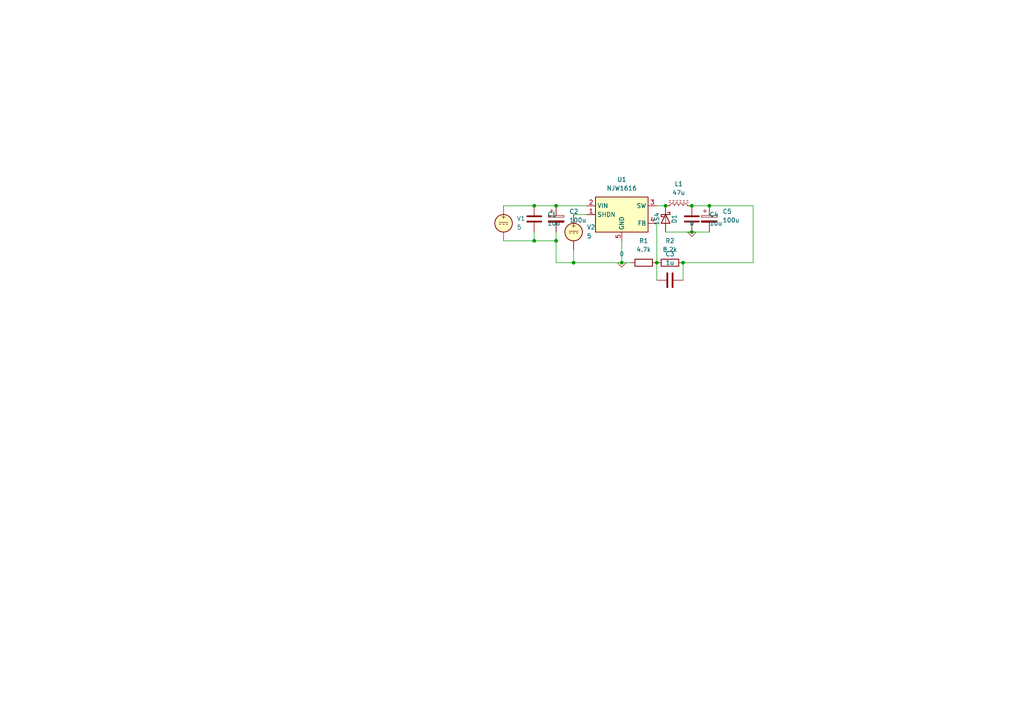
<source format=kicad_sch>
(kicad_sch (version 20230121) (generator eeschema)
  (paper "A4")
  (lib_symbols
    (symbol "New_Library:C" (pin_numbers hide) (pin_names (offset 0.254))
      (property "Reference" "C" (at 0.635 2.54 0))
      (property "Value" "C" (at 0.635 -2.54 0))
      (symbol "C_0_1"
        (polyline (pts (xy -2.032 -0.762) (xy 2.032 -0.762)) (stroke (width 0.508)))
        (polyline (pts (xy -2.032 0.762) (xy 2.032 0.762)) (stroke (width 0.508)))
      )
      (symbol "C_1_1"
        (pin passive line (at 0 3.81 270) (length 2.794) (name "~") (number "1"))
        (pin passive line (at 0 -3.81 90) (length 2.794) (name "~") (number "2"))
      )
    )
    (symbol "New_Library:C_Polarized" (pin_numbers hide) (pin_names (offset 0.254))
      (property "Reference" "C" (at 0.635 2.54 0))
      (property "Value" "C_Polarized" (at 0.635 -2.54 0))
      (symbol "C_Polarized_0_1"
        (rectangle (start -2.286 0.508) (end 2.286 1.016))
        (polyline (pts (xy -1.778 2.286) (xy -0.762 2.286)))
        (polyline (pts (xy -1.27 2.794) (xy -1.27 1.778)))
        (rectangle (start 2.286 -0.508) (end -2.286 -1.016) (fill (type outline)))
      )
      (symbol "C_Polarized_1_1"
        (pin passive line (at 0 3.81 270) (length 2.794) (name "~") (number "1"))
        (pin passive line (at 0 -3.81 90) (length 2.794) (name "~") (number "2"))
      )
    )
    (symbol "New_Library:D_Schottky" (pin_numbers hide) (pin_names (offset 1.016) hide)
      (property "Reference" "D" (at 0 2.54 0))
      (property "Value" "D_Schottky" (at 0 -2.54 0))
      (symbol "D_Schottky_0_1"
        (polyline (pts (xy 1.27 0) (xy -1.27 0)))
        (polyline (pts (xy 1.27 1.27) (xy 1.27 -1.27) (xy -1.27 0) (xy 1.27 1.27)) (stroke (width 0.254)))
        (polyline (pts (xy -1.905 0.635) (xy -1.905 1.27) (xy -1.27 1.27) (xy -1.27 -1.27) (xy -0.635 -1.27) (xy -0.635 -0.635)) (stroke (width 0.254)))
      )
      (symbol "D_Schottky_1_1"
        (pin passive line (at -3.81 0 0) (length 2.54) (name "K") (number "1"))
        (pin passive line (at 3.81 0 180) (length 2.54) (name "A") (number "2"))
      )
    )
    (symbol "New_Library:L_Ferrite" (pin_numbers hide) (pin_names (offset 1.016) hide)
      (property "Reference" "L" (at -1.27 0 90))
      (property "Value" "L_Ferrite" (at 2.794 0 90))
      (symbol "L_Ferrite_0_1"
        (arc (start 0 -2.54) (mid 0.6323 -1.905) (end 0 -1.27))
        (arc (start 0 -1.27) (mid 0.6323 -0.635) (end 0 0))
        (polyline (pts (xy 1.016 -2.794) (xy 1.016 -2.286)))
        (polyline (pts (xy 1.016 -1.778) (xy 1.016 -1.27)))
        (polyline (pts (xy 1.016 -0.762) (xy 1.016 -0.254)))
        (polyline (pts (xy 1.016 0.254) (xy 1.016 0.762)))
        (polyline (pts (xy 1.016 1.27) (xy 1.016 1.778)))
        (polyline (pts (xy 1.016 2.286) (xy 1.016 2.794)))
        (polyline (pts (xy 1.524 -2.286) (xy 1.524 -2.794)))
        (polyline (pts (xy 1.524 -1.27) (xy 1.524 -1.778)))
        (polyline (pts (xy 1.524 -0.254) (xy 1.524 -0.762)))
        (polyline (pts (xy 1.524 0.762) (xy 1.524 0.254)))
        (polyline (pts (xy 1.524 1.778) (xy 1.524 1.27)))
        (polyline (pts (xy 1.524 2.794) (xy 1.524 2.286)))
        (arc (start 0 0) (mid 0.6323 0.635) (end 0 1.27))
        (arc (start 0 1.27) (mid 0.6323 1.905) (end 0 2.54))
      )
      (symbol "L_Ferrite_1_1"
        (pin passive line (at 0 3.81 270) (length 1.27) (name "1") (number "1"))
        (pin passive line (at 0 -3.81 90) (length 1.27) (name "2") (number "2"))
      )
    )
    (symbol "New_Library:NJW1616"
      (property "Reference" "U" (at -6.35 6.35 0))
      (property "Value" "NJW1616" (at -1.27 6.35 0))
      (symbol "NJW1616_0_1"
        (rectangle (start -7.62 5.08) (end 7.62 -5.08) (stroke (width 0.254)) (fill (type background)))
      )
      (symbol "NJW1616_1_1"
        (pin input line (at -10.16 0 0) (length 2.54) (name "SHDN") (number "1"))
        (pin power_in line (at -10.16 2.54 0) (length 2.54) (name "VIN") (number "2"))
        (pin power_out line (at 10.16 2.54 180) (length 2.54) (name "SW") (number "3"))
        (pin input line (at 10.16 -2.54 180) (length 2.54) (name "FB") (number "4"))
        (pin power_in line (at 0 -7.62 90) (length 2.54) (name "GND") (number "5"))
        (pin passive line (at 0 -7.62 90) (length 2.54) hide (name "GND") (number "6"))
        (pin passive line (at 0 -7.62 90) (length 2.54) hide (name "GND") (number "7"))
        (pin passive line (at 0 -7.62 90) (length 2.54) hide (name "GND") (number "8"))
      )
    )
    (symbol "New_Library:R" (pin_numbers hide) (pin_names (offset 0))
      (property "Reference" "R" (at 2.032 0 90))
      (property "Value" "R" (at 0 0 90))
      (symbol "R_0_1"
        (rectangle (start -1.016 -2.54) (end 1.016 2.54) (stroke (width 0.254)))
      )
      (symbol "R_1_1"
        (pin passive line (at 0 3.81 270) (length 1.27) (name "~") (number "1"))
        (pin passive line (at 0 -3.81 90) (length 1.27) (name "~") (number "2"))
      )
    )
    (symbol "Simulation_SPICE:0" (power) (pin_names (offset 0))
      (property "Value" "0" (at 0 -1.778 0))
      (symbol "0_0_1"
        (polyline (pts (xy -1.27 0) (xy 0 -1.27) (xy 1.27 0) (xy -1.27 0)))
      )
      (symbol "0_1_1"
        (pin power_in line (at 0 0 0) (length 0) hide (name "0") (number "1"))
      )
    )
    (symbol "Simulation_SPICE:VDC" (pin_numbers hide) (pin_names (offset 0.0254))
      (property "Reference" "V" (at 2.54 2.54 0))
      (property "Value" "1" (at 2.54 0 0))
      (symbol "VDC_0_0"
        (polyline (pts (xy -1.27 0.254) (xy 1.27 0.254)))
        (polyline (pts (xy -0.762 -0.254) (xy -1.27 -0.254)))
        (polyline (pts (xy 0.254 -0.254) (xy -0.254 -0.254)))
        (polyline (pts (xy 1.27 -0.254) (xy 0.762 -0.254)))
        (text "+" (at 0 1.905 0) (effects (font (size 1.27 1.27))))
      )
      (symbol "VDC_0_1"
        (circle (center 0 0) (radius 2.54) (stroke (width 0.254)) (fill (type background)))
      )
      (symbol "VDC_1_1"
        (pin passive line (at 0 5.08 270) (length 2.54) (name "~") (number "1"))
        (pin passive line (at 0 -5.08 90) (length 2.54) (name "~") (number "2"))
      )
    )
  )
  (junction (at 200.66 59.69))
  (junction (at 193.04 59.69))
  (junction (at 154.94 59.69))
  (junction (at 166.37 76.2))
  (junction (at 200.66 67.31))
  (junction (at 205.74 59.69))
  (junction (at 198.12 76.2))
  (junction (at 154.94 69.85))
  (junction (at 161.29 59.69))
  (junction (at 180.34 76.2))
  (junction (at 161.29 69.85))
  (junction (at 190.5 76.2))
  (wire (pts (xy 198.12 76.2) (xy 218.44 76.2)))
  (wire (pts (xy 166.37 72.39) (xy 166.37 76.2)))
  (wire (pts (xy 180.34 76.2) (xy 182.88 76.2)))
  (wire (pts (xy 200.66 59.69) (xy 205.74 59.69)))
  (wire (pts (xy 161.29 59.69) (xy 170.18 59.69)))
  (wire (pts (xy 154.94 67.31) (xy 154.94 69.85)))
  (wire (pts (xy 205.74 59.69) (xy 218.44 59.69)))
  (wire (pts (xy 200.66 67.31) (xy 205.74 67.31)))
  (wire (pts (xy 198.12 76.2) (xy 198.12 81.28)))
  (wire (pts (xy 161.29 76.2) (xy 166.37 76.2)))
  (wire (pts (xy 190.5 59.69) (xy 193.04 59.69)))
  (wire (pts (xy 161.29 69.85) (xy 161.29 76.2)))
  (wire (pts (xy 154.94 59.69) (xy 161.29 59.69)))
  (wire (pts (xy 218.44 59.69) (xy 218.44 76.2)))
  (wire (pts (xy 146.05 69.85) (xy 154.94 69.85)))
  (wire (pts (xy 146.05 59.69) (xy 154.94 59.69)))
  (wire (pts (xy 166.37 76.2) (xy 180.34 76.2)))
  (wire (pts (xy 154.94 69.85) (xy 161.29 69.85)))
  (wire (pts (xy 166.37 62.23) (xy 170.18 62.23)))
  (wire (pts (xy 190.5 76.2) (xy 190.5 81.28)))
  (wire (pts (xy 180.34 69.85) (xy 180.34 76.2)))
  (wire (pts (xy 161.29 67.31) (xy 161.29 69.85)))
  (wire (pts (xy 190.5 64.77) (xy 190.5 76.2)))
  (wire (pts (xy 193.04 67.31) (xy 200.66 67.31)))
  (symbol (lib_id "Simulation_SPICE:VDC") (at 166.37 67.31 0) (unit 1)
    (property "Reference" "V2" (at 170.18 65.9102 0) (effects (justify left)))
    (property "Value" "5" (at 170.18 68.4502 0) (effects (justify left)))
    (property "Datasheet" "https://ngspice.sourceforge.io/docs/ngspice-html-manual/manual.xhtml#sec_Independent_Sources_for" (effects hide))
    (property "Sim.Pins" "1=+ 2=-" (effects hide))
    (property "Sim.Type" "DC" (effects hide))
    (property "Sim.Device" "V" (effects hide))
    (property "Sim.Params" "dc=5" (effects hide))
  )
  (symbol (lib_id "New_Library:NJW1616") (at 180.34 62.23 0) (unit 1)
    (property "Reference" "U1" (at 180.34 52.07 0))
    (property "Value" "NJW1616" (at 180.34 54.61 0))
    (property "Footprint" "Package_TO_SOT_SMD:TSOT-23-6" (effects hide))
    (property "Datasheet" "https://akizukidenshi.com/catalog/g/g115765/" (effects hide))
  )
  (symbol (lib_id "Simulation_SPICE:0") (at 200.66 67.31 0) (unit 1)
    (property "Reference" "#GND02" (effects hide))
    (property "Value" "0" (at 200.66 64.77 0))
    (property "Datasheet" "https://ngspice.sourceforge.io/docs/ngspice-html-manual/manual.xhtml#subsec_Circuit_elements__device" (effects hide))
  )
  (symbol (lib_id "Simulation_SPICE:0") (at 180.34 76.2 0) (unit 1)
    (property "Reference" "#GND01" (effects hide))
    (property "Value" "0" (at 180.34 73.66 0))
    (property "Datasheet" "https://ngspice.sourceforge.io/docs/ngspice-html-manual/manual.xhtml#subsec_Circuit_elements__device" (effects hide))
  )
  (symbol (lib_id "New_Library:L_Ferrite") (at 196.85 59.69 90) (unit 1)
    (property "Reference" "L1" (at 196.85 53.34 90))
    (property "Value" "47u" (at 196.85 55.88 90))
    (property "Footprint" "Inductor_THT:L_Radial_D7.8mm_P5.00mm_Fastron_07HCP" (effects hide))
    (property "Datasheet" "https://akizukidenshi.com/catalog/g/g116966/" (effects hide))
  )
  (symbol (lib_id "New_Library:R") (at 186.69 76.2 90) (unit 1)
    (property "Reference" "R1" (at 186.69 69.85 90))
    (property "Value" "4.7k" (at 186.69 72.39 90))
    (property "Footprint" "Resistor_THT:R_Axial_DIN0207_L6.3mm_D2.5mm_P2.54mm_Vertical" (effects hide))
    (property "Datasheet" "https://akizukidenshi.com/catalog/g/g125103/" (effects hide))
  )
  (symbol (lib_id "New_Library:D_Schottky") (at 193.04 63.5 270) (unit 1)
    (property "Reference" "D1" (at 195.58 63.5 0))
    (property "Value" "1S4" (at 190.5 63.5 0))
    (property "Footprint" "Diode_THT:D_T-1_P5.08mm_Horizontal" (effects hide))
    (property "Datasheet" "https://akizukidenshi.com/catalog/g/g116384/" (effects hide))
  )
  (symbol (lib_id "New_Library:C_Polarized") (at 161.29 63.5 0) (unit 1)
    (property "Reference" "C2" (at 165.1 61.341 0) (effects (justify left)))
    (property "Value" "100u" (at 165.1 63.881 0) (effects (justify left)))
    (property "Footprint" "Capacitor_THT:CP_Radial_D5.0mm_P2.00mm" (effects hide))
    (property "Datasheet" "https://akizukidenshi.com/catalog/g/g117877/" (effects hide))
  )
  (symbol (lib_id "New_Library:R") (at 194.31 76.2 90) (unit 1)
    (property "Reference" "R2" (at 194.31 69.85 90))
    (property "Value" "8.2k" (at 194.31 72.39 90))
    (property "Footprint" "Resistor_THT:R_Axial_DIN0207_L6.3mm_D2.5mm_P2.54mm_Vertical" (effects hide))
    (property "Datasheet" "https://akizukidenshi.com/catalog/g/g125103/" (effects hide))
  )
  (symbol (lib_id "New_Library:C_Polarized") (at 205.74 63.5 0) (unit 1)
    (property "Reference" "C5" (at 209.55 61.341 0) (effects (justify left)))
    (property "Value" "100u" (at 209.55 63.881 0) (effects (justify left)))
    (property "Footprint" "Capacitor_THT:CP_Radial_D5.0mm_P2.00mm" (effects hide))
    (property "Datasheet" "https://akizukidenshi.com/catalog/g/g117877/" (effects hide))
  )
  (symbol (lib_id "New_Library:C") (at 200.66 63.5 0) (unit 1)
    (property "Reference" "C4" (at 205.74 62.23 0) (effects (justify left)))
    (property "Value" "10u" (at 205.74 64.77 0) (effects (justify left)))
    (property "Footprint" "Capacitor_SMD:C_1206_3216Metric" (effects hide))
    (property "Datasheet" "https://akizukidenshi.com/catalog/g/g113336/" (effects hide))
    (property "Sim.Device" "C" (effects hide))
    (property "Sim.Pins" "1=+ 2=-" (effects hide))
  )
  (symbol (lib_id "New_Library:C") (at 154.94 63.5 0) (unit 1)
    (property "Reference" "C1" (at 158.75 62.23 0) (effects (justify left)))
    (property "Value" "10u" (at 158.75 64.77 0) (effects (justify left)))
    (property "Footprint" "Capacitor_SMD:C_1206_3216Metric" (effects hide))
    (property "Datasheet" "https://akizukidenshi.com/catalog/g/g113336/" (effects hide))
  )
  (symbol (lib_id "New_Library:C") (at 194.31 81.28 90) (unit 1)
    (property "Reference" "C3" (at 194.31 73.66 90))
    (property "Value" "1u" (at 194.31 76.2 90))
    (property "Footprint" "Capacitor_SMD:C_1206_3216Metric" (effects hide))
    (property "Datasheet" "https://akizukidenshi.com/catalog/g/g113336/" (effects hide))
  )
  (symbol (lib_id "Simulation_SPICE:VDC") (at 146.05 64.77 0) (unit 1)
    (property "Reference" "V1" (at 149.86 63.3702 0) (effects (justify left)))
    (property "Value" "5" (at 149.86 65.9102 0) (effects (justify left)))
    (property "Datasheet" "https://ngspice.sourceforge.io/docs/ngspice-html-manual/manual.xhtml#sec_Independent_Sources_for" (effects hide))
    (property "Sim.Pins" "1=+ 2=-" (effects hide))
    (property "Sim.Type" "DC" (effects hide))
    (property "Sim.Device" "V" (effects hide))
  )
)
</source>
